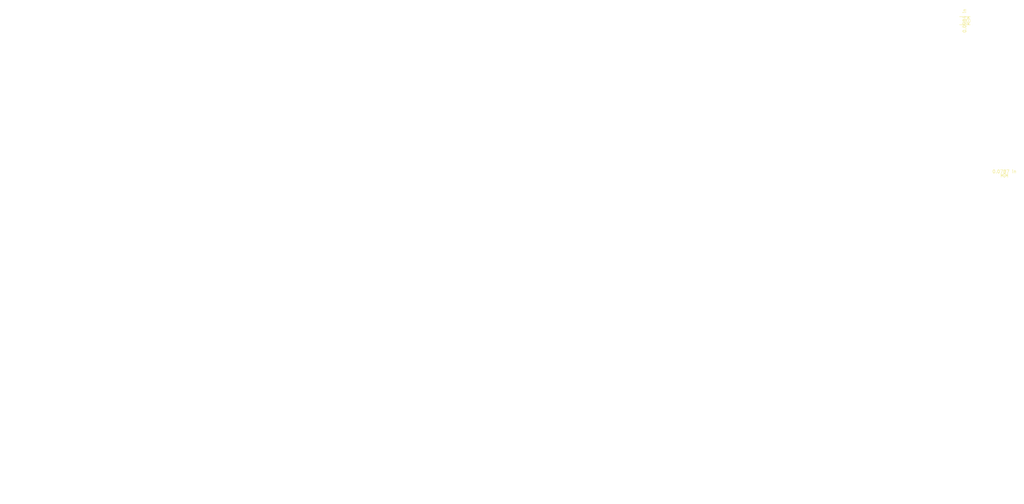
<source format=kicad_pcb>
(kicad_pcb (version 20171130) (host pcbnew "(5.1.4)-1")

  (general
    (thickness 1.6)
    (drawings 291)
    (tracks 0)
    (zones 0)
    (modules 0)
    (nets 1)
  )

  (page A2)
  (layers
    (0 F.Cu signal)
    (31 B.Cu signal)
    (32 B.Adhes user)
    (33 F.Adhes user)
    (34 B.Paste user)
    (35 F.Paste user)
    (36 B.SilkS user)
    (37 F.SilkS user)
    (38 B.Mask user hide)
    (39 F.Mask user)
    (40 Dwgs.User user hide)
    (41 Cmts.User user)
    (42 Eco1.User user hide)
    (43 Eco2.User user)
    (44 Edge.Cuts user hide)
    (45 Margin user hide)
    (46 B.CrtYd user)
    (47 F.CrtYd user)
    (48 B.Fab user)
    (49 F.Fab user)
  )

  (setup
    (last_trace_width 0.25)
    (trace_clearance 0.2)
    (zone_clearance 0.508)
    (zone_45_only no)
    (trace_min 0.2)
    (via_size 0.8)
    (via_drill 0.4)
    (via_min_size 0.4)
    (via_min_drill 0.3)
    (uvia_size 0.3)
    (uvia_drill 0.1)
    (uvias_allowed no)
    (uvia_min_size 0.2)
    (uvia_min_drill 0.1)
    (edge_width 0.1)
    (segment_width 0.2)
    (pcb_text_width 0.3)
    (pcb_text_size 1.5 1.5)
    (mod_edge_width 0.15)
    (mod_text_size 1 1)
    (mod_text_width 0.15)
    (pad_size 1.5 1.5)
    (pad_drill 0.6)
    (pad_to_mask_clearance 0)
    (aux_axis_origin 0 0)
    (visible_elements 7FFFFFFF)
    (pcbplotparams
      (layerselection 0x01000_7ffffffe)
      (usegerberextensions false)
      (usegerberattributes false)
      (usegerberadvancedattributes false)
      (creategerberjobfile false)
      (excludeedgelayer true)
      (linewidth 0.100000)
      (plotframeref false)
      (viasonmask false)
      (mode 1)
      (useauxorigin false)
      (hpglpennumber 1)
      (hpglpenspeed 20)
      (hpglpendiameter 15.000000)
      (psnegative false)
      (psa4output false)
      (plotreference true)
      (plotvalue true)
      (plotinvisibletext false)
      (padsonsilk false)
      (subtractmaskfromsilk false)
      (outputformat 3)
      (mirror false)
      (drillshape 0)
      (scaleselection 1)
      (outputdirectory "C:/Users/Ding/Documents/Keyboard/Plate/"))
  )

  (net 0 "")

  (net_class Default "This is the default net class."
    (clearance 0.2)
    (trace_width 0.25)
    (via_dia 0.8)
    (via_drill 0.4)
    (uvia_dia 0.3)
    (uvia_drill 0.1)
  )

  (dimension 2.5 (width 0.15) (layer F.SilkS)
    (gr_text "2.500 mm" (at 307.2 24.15 90) (layer F.SilkS)
      (effects (font (size 1 1) (thickness 0.15)))
    )
    (feature1 (pts (xy 303.2 22.9) (xy 306.486421 22.9)))
    (feature2 (pts (xy 303.2 25.4) (xy 306.486421 25.4)))
    (crossbar (pts (xy 305.9 25.4) (xy 305.9 22.9)))
    (arrow1a (pts (xy 305.9 22.9) (xy 306.486421 24.026504)))
    (arrow1b (pts (xy 305.9 22.9) (xy 305.313579 24.026504)))
    (arrow2a (pts (xy 305.9 25.4) (xy 306.486421 24.273496)))
    (arrow2b (pts (xy 305.9 25.4) (xy 305.313579 24.273496)))
  )
  (dimension 2 (width 0.15) (layer F.SilkS)
    (gr_text "2.000 mm" (at 317 73) (layer F.SilkS)
      (effects (font (size 1 1) (thickness 0.15)))
    )
    (feature1 (pts (xy 318 71.1) (xy 318 72.286421)))
    (feature2 (pts (xy 316 71.1) (xy 316 72.286421)))
    (crossbar (pts (xy 316 71.7) (xy 318 71.7)))
    (arrow1a (pts (xy 318 71.7) (xy 316.873496 72.286421)))
    (arrow1b (pts (xy 318 71.7) (xy 316.873496 71.113579)))
    (arrow2a (pts (xy 316 71.7) (xy 317.126504 72.286421)))
    (arrow2b (pts (xy 316 71.7) (xy 317.126504 71.113579)))
  )
  (gr_line (start 160.7399 60.91906) (end 155.9774 60.91906) (layer Margin) (width 0.1) (tstamp 5E61C051))
  (gr_line (start 160.7399 79.97414) (end 160.7399 60.91906) (layer Margin) (width 0.1) (tstamp 5E61C050))
  (gr_line (start 165.5024 41.87414) (end 165.5024 17.81906) (layer Eco2.User) (width 0.1) (tstamp 5E61C04F))
  (gr_line (start 151.2149 99.02414) (end 151.2149 79.97414) (layer Margin) (width 0.1) (tstamp 5E61C04E))
  (gr_line (start 155.9774 41.87414) (end 165.5024 41.87414) (layer Margin) (width 0.1) (tstamp 5E61C04D))
  (gr_line (start 155.9774 60.91906) (end 155.9774 41.87414) (layer Margin) (width 0.1) (tstamp 5E61C04C))
  (gr_line (start 146.4524 99.02414) (end 151.2149 99.02414) (layer Margin) (width 0.1) (tstamp 5E61C04B))
  (gr_line (start 151.2149 79.97414) (end 160.7399 79.97414) (layer Margin) (width 0.1) (tstamp 5E61C04A))
  (gr_line (start 146.4524 123.21892) (end 146.4524 99.02414) (layer Margin) (width 0.1) (tstamp 5E61C049))
  (gr_line (start 8.0476 17.81906) (end 323 17.81906) (layer Margin) (width 0.1) (tstamp 5E61BFF3))
  (gr_line (start 323.00146 123.21892) (end 323.00146 17.81906) (layer Margin) (width 0.1) (tstamp 5E61BFF2))
  (gr_line (start 8.04906 17.81906) (end 8.04906 123.21892) (layer Margin) (width 0.1) (tstamp 5E61BFF1))
  (gr_line (start 8.04906 123.21892) (end 323.00146 123.21892) (layer Cmts.User) (width 0.1) (tstamp 5E61BFF0))
  (gr_line (start 165.5024 22.66906) (end 165.5024 17.81906) (layer Cmts.User) (width 0.1))
  (gr_line (start 146.4524 118.36892) (end 146.4524 123.21892) (layer Cmts.User) (width 0.1))
  (gr_line (start 8.04906 17.81906) (end 8.04906 123.21892) (layer Cmts.User) (width 0.1) (tstamp 5E61BE82))
  (gr_line (start 8.04906 17.81906) (end 323 17.81906) (layer Cmts.User) (width 0.1) (tstamp 5E61BE66))
  (gr_line (start 323.00146 123.21892) (end 323.00146 17.81906) (layer Cmts.User) (width 0.1) (tstamp 5E61BE52))
  (gr_line (start 8.0476 123.21892) (end 323 123.21892) (layer Eco2.User) (width 0.1) (tstamp 5E61BE1F))
  (gr_line (start 12.89906 22.66906) (end 318.15146 22.66906) (layer Cmts.User) (width 0.1))
  (gr_line (start 12.89906 118.36892) (end 12.89906 22.66906) (layer Cmts.User) (width 0.1))
  (gr_line (start 318.15146 118.36892) (end 12.89906 118.36892) (layer Cmts.User) (width 0.1))
  (gr_line (start 318.15146 22.66906) (end 318.15146 118.36892) (layer Cmts.User) (width 0.1))
  (gr_line (start 189.69006 116.54176) (end 189.69006 117.4) (layer Eco2.User) (width 0.1) (tstamp 5E61B1FF))
  (gr_line (start 189.69006 116.54176) (end 302.0368 116.54176) (layer Eco2.User) (width 0.1) (tstamp 5E61B1C5))
  (gr_line (start 302.0368 97.49176) (end 302.0368 116.54176) (layer Eco2.User) (width 0.1))
  (gr_line (start 309.17928 97.49176) (end 302.0368 97.49176) (layer Eco2.User) (width 0.1))
  (gr_line (start 309.17928 79.1936) (end 309.17928 97.49176) (layer Eco2.User) (width 0.1))
  (gr_line (start 315.9 79.1936) (end 309.17928 79.1936) (layer Eco2.User) (width 0.1))
  (gr_line (start 315.90012 24.49368) (end 315.9 79.1936) (layer Eco2.User) (width 0.1))
  (gr_line (start 155.14288 97.49176) (end 155.14288 117.4) (layer Eco2.User) (width 0.1))
  (gr_line (start 152.83618 97.49176) (end 155.1 97.49176) (layer Eco2.User) (width 0.1))
  (gr_line (start 167.12368 24.49368) (end 315.90012 24.49368) (layer Eco2.User) (width 0.1))
  (gr_line (start 167.12368 43.54368) (end 167.12368 24.49368) (layer Eco2.User) (width 0.1))
  (gr_line (start 157.6 43.54368) (end 167.12368 43.54368) (layer Eco2.User) (width 0.1))
  (gr_line (start 157.59868 59.39176) (end 157.59868 43.54368) (layer Eco2.User) (width 0.1))
  (gr_line (start 162.36118 59.39176) (end 157.6 59.39176) (layer Eco2.User) (width 0.1))
  (gr_line (start 162.36118 81.64368) (end 162.36118 59.39176) (layer Eco2.User) (width 0.1))
  (gr_line (start 152.83618 81.64368) (end 162.36118 81.64368) (layer Eco2.User) (width 0.1))
  (gr_line (start 155.14288 117.4) (end 189.69006 117.4) (layer Eco2.User) (width 0.1))
  (gr_line (start 152.83618 81.64368) (end 152.83618 97.49176) (layer Eco2.User) (width 0.1))
  (gr_line (start 163.9243 40.34176) (end 163.9243 24.5) (layer Eco2.User) (width 0.1))
  (gr_line (start 154.3993 40.34176) (end 163.9243 40.34176) (layer Eco2.User) (width 0.1))
  (gr_line (start 154.3993 62.59368) (end 154.3993 40.34176) (layer Eco2.User) (width 0.1))
  (gr_line (start 159.1618 62.59368) (end 154.3993 62.59368) (layer Eco2.User) (width 0.1))
  (gr_line (start 159.1618 78.44176) (end 159.1618 62.59368) (layer Eco2.User) (width 0.1))
  (gr_line (start 149.6368 78.44176) (end 159.1618 78.44176) (layer Eco2.User) (width 0.1))
  (gr_line (start 149.6368 97.49176) (end 149.6368 78.44176) (layer Eco2.User) (width 0.1))
  (gr_line (start 137.5 97.49176) (end 149.6 97.49176) (layer Eco2.User) (width 0.1))
  (gr_line (start 137.5 117.4) (end 137.5 97.49176) (layer Eco2.User) (width 0.1))
  (gr_line (start 103.6 117.4) (end 137.5 117.4) (layer Eco2.User) (width 0.1))
  (gr_line (start 103.6 116.54176) (end 103.6 117.4) (layer Eco2.User) (width 0.1))
  (gr_line (start 146.4524 99.02414) (end 151.2149 99.02414) (layer Eco2.User) (width 0.1) (tstamp 5E61A579))
  (gr_line (start 165.5024 41.87414) (end 165.5024 17.81906) (layer Margin) (width 0.1) (tstamp 5E61A578))
  (gr_line (start 155.9774 41.87414) (end 165.5024 41.87414) (layer Eco2.User) (width 0.1) (tstamp 5E61A577))
  (gr_line (start 160.7399 60.91906) (end 155.9774 60.91906) (layer Eco2.User) (width 0.1) (tstamp 5E61A576))
  (gr_line (start 155.9774 60.91906) (end 155.9774 41.87414) (layer Eco2.User) (width 0.1) (tstamp 5E61A575))
  (gr_line (start 151.2149 79.97414) (end 160.7399 79.97414) (layer Eco2.User) (width 0.1) (tstamp 5E61A574))
  (gr_line (start 146.4524 123.21892) (end 146.4524 99.02414) (layer Eco2.User) (width 0.1) (tstamp 5E61A573))
  (gr_line (start 160.7399 79.97414) (end 160.7399 60.91906) (layer Eco2.User) (width 0.1) (tstamp 5E61A572))
  (gr_line (start 151.2149 99.02414) (end 151.2149 79.97414) (layer Eco2.User) (width 0.1) (tstamp 5E61A56F))
  (gr_line (start 14.72368 24.49368) (end 163.9243 24.49368) (layer Eco2.User) (width 0.1))
  (gr_line (start 14.72368 97.49176) (end 14.72368 24.49368) (layer Eco2.User) (width 0.1))
  (gr_line (start 29 97.49176) (end 14.72368 97.49176) (layer Eco2.User) (width 0.1))
  (gr_line (start 29.01118 116.54176) (end 29.01118 97.49176) (layer Eco2.User) (width 0.1))
  (gr_line (start 29.01118 116.54176) (end 103.6 116.54176) (layer Eco2.User) (width 0.1))
  (gr_line (start 323.00146 123.21892) (end 323.00146 17.81906) (layer Eco2.User) (width 0.1) (tstamp 5E61A450))
  (gr_line (start 8.04906 17.81906) (end 8.04906 123.21892) (layer Eco2.User) (width 0.1) (tstamp 5E61A44F))
  (dimension 304.9524 (width 0.15) (layer Eco2.User)
    (gr_text "304.952 mm" (at 168.1762 173.4) (layer Eco2.User)
      (effects (font (size 1 1) (thickness 0.15)))
    )
    (feature1 (pts (xy 320.6524 157.528381) (xy 320.6524 172.686421)))
    (feature2 (pts (xy 15.7 157.528381) (xy 15.7 172.686421)))
    (crossbar (pts (xy 15.7 172.1) (xy 320.6524 172.1)))
    (arrow1a (pts (xy 320.6524 172.1) (xy 319.525896 172.686421)))
    (arrow1b (pts (xy 320.6524 172.1) (xy 319.525896 171.513579)))
    (arrow2a (pts (xy 15.7 172.1) (xy 16.826504 172.686421)))
    (arrow2b (pts (xy 15.7 172.1) (xy 16.826504 171.513579)))
  )
  (gr_line (start 8.04906 123.21892) (end 323.00146 123.21892) (layer Margin) (width 0.1) (tstamp 5E61A3F6))
  (gr_line (start 8.04906 17.81906) (end 323.00146 17.81906) (layer Eco2.User) (width 0.1))
  (gr_line (start 105.08088 106.39268) (end 104.25538 106.39268) (layer Eco1.User) (width 0.1))
  (gr_line (start 89.10428 101.69368) (end 89.10428 115.54176) (layer Eco1.User) (width 0.1))
  (gr_line (start 105.08088 103.1618) (end 105.08088 106.39268) (layer Eco1.User) (width 0.1))
  (gr_line (start 104.25538 106.39268) (end 104.25538 109.0419) (layer Eco1.User) (width 0.1))
  (gr_line (start 110.5368 96.49176) (end 96.68618 96.49176) (layer Eco1.User) (width 0.1))
  (gr_line (start 129.5868 96.49176) (end 115.73618 96.49176) (layer Eco1.User) (width 0.1))
  (gr_line (start 104.25538 109.0419) (end 105.08088 109.0419) (layer Eco1.User) (width 0.1))
  (gr_line (start 105.08088 109.0419) (end 105.08088 115.31316) (layer Eco1.User) (width 0.1))
  (gr_line (start 151.2149 98.02338) (end 151.2149 80.97236) (layer Eco1.User) (width 0.1))
  (gr_curve (pts (xy 152.21566 79.974394) (xy 151.663377 79.974395) (xy 151.215663 80.422109) (xy 151.215662 80.974392)) (layer Eco1.User) (width 0.1))
  (gr_line (start 148.6368 82.64368) (end 148.6368 96.49176) (layer Eco1.User) (width 0.1))
  (gr_line (start 148.6368 96.49176) (end 134.78618 96.49176) (layer Eco1.User) (width 0.1))
  (gr_line (start 153.83618 96.49176) (end 153.83618 82.64368) (layer Eco1.User) (width 0.1))
  (gr_line (start 306.8153 78.1936) (end 309.96744 78.1936) (layer Eco1.User) (width 0.1))
  (gr_line (start 163.36118 77.44176) (end 163.36118 63.59368) (layer Eco1.User) (width 0.1))
  (gr_line (start 158.1618 63.59368) (end 158.1618 77.44176) (layer Eco1.User) (width 0.1))
  (gr_line (start 310.5618 44.54368) (end 310.5618 58.39176) (layer Eco1.User) (width 0.1))
  (gr_line (start 309.96744 78.1936) (end 309.96744 77.21316) (layer Eco1.User) (width 0.1))
  (gr_line (start 15.72368 96.49176) (end 15.72368 82.64368) (layer Eco1.User) (width 0.1))
  (gr_line (start 306.8153 77.21316) (end 306.8153 78.1936) (layer Eco1.User) (width 0.1))
  (gr_line (start 309.96744 77.21316) (end 311.6921 77.21316) (layer Eco1.User) (width 0.1))
  (gr_line (start 312.51506 68.29268) (end 311.6921 68.29268) (layer Eco1.User) (width 0.1))
  (gr_line (start 311.6921 68.29268) (end 311.6921 65.0618) (layer Eco1.User) (width 0.1))
  (gr_line (start 311.6921 70.9419) (end 312.51506 70.9419) (layer Eco1.User) (width 0.1))
  (gr_line (start 29.5743 96.49176) (end 15.72368 96.49176) (layer Eco1.User) (width 0.1))
  (gr_line (start 312.51506 70.9419) (end 312.51506 68.29268) (layer Eco1.User) (width 0.1))
  (gr_line (start 311.6921 77.21316) (end 311.6921 70.9419) (layer Eco1.User) (width 0.1))
  (gr_line (start 309.96744 65.0618) (end 309.96744 64.14232) (layer Eco1.User) (width 0.1))
  (gr_line (start 308.17928 82.64368) (end 308.17928 96.49176) (layer Eco1.User) (width 0.1))
  (gr_line (start 311.6921 65.0618) (end 309.96744 65.0618) (layer Eco1.User) (width 0.1))
  (gr_line (start 15.72368 77.44176) (end 15.72368 63.59368) (layer Eco1.User) (width 0.1))
  (gr_line (start 15.72368 58.39176) (end 15.72368 44.54368) (layer Eco1.User) (width 0.1))
  (gr_line (start 153.3993 44.54368) (end 153.3993 58.39176) (layer Eco1.User) (width 0.1))
  (gr_line (start 288.54762 26.04232) (end 285.39802 26.04232) (layer Eco1.User) (width 0.1))
  (gr_line (start 290.27228 26.9618) (end 288.54762 26.9618) (layer Eco1.User) (width 0.1))
  (gr_line (start 285.39802 26.04232) (end 285.39802 26.9618) (layer Eco1.User) (width 0.1))
  (gr_line (start 158.59868 58.39176) (end 158.59868 44.54368) (layer Eco1.User) (width 0.1))
  (gr_line (start 288.54762 26.9618) (end 288.54762 26.04232) (layer Eco1.User) (width 0.1))
  (gr_line (start 16.42472 118.17066) (end 16.11484 118.1097) (layer Eco1.User) (width 0.1))
  (gr_line (start 317.04134 116.81684) (end 316.82798 117.04798) (layer Eco1.User) (width 0.1))
  (gr_curve (pts (xy 159.740664 79.974394) (xy 160.292947 79.974393) (xy 160.740661 79.526679) (xy 160.740662 78.974396)) (layer Eco1.User) (width 0.1))
  (gr_line (start 314.31338 22.83176) (end 314.6258 22.86732) (layer Eco1.User) (width 0.1))
  (gr_line (start 14.95914 117.62964) (end 14.69752 117.45438) (layer Eco1.User) (width 0.1))
  (gr_line (start 314.31338 118.20622) (end 313.99842 118.21892) (layer Eco1.User) (width 0.1))
  (gr_line (start 316.08884 117.62964) (end 315.81452 117.78204) (layer Eco1.User) (width 0.1))
  (gr_curve (pts (xy 147.454684 99.024394) (xy 146.902401 99.024395) (xy 146.454686 99.472109) (xy 146.454685 100.024392)) (layer Eco1.User) (width 0.1))
  (gr_curve (pts (xy 164.504688 41.874292) (xy 165.056971 41.874291) (xy 165.504685 41.426578) (xy 165.504686 40.874294)) (layer Eco1.User) (width 0.1))
  (gr_line (start 315.81452 23.2534) (end 316.08884 23.40834) (layer Eco1.User) (width 0.1))
  (gr_line (start 317.8897 25.88484) (end 317.95066 26.19218) (layer Eco1.User) (width 0.1))
  (gr_curve (pts (xy 155.979686 59.921602) (xy 155.979687 60.473885) (xy 156.427401 60.921599) (xy 156.979684 60.9216)) (layer Eco1.User) (width 0.1))
  (gr_curve (pts (xy 156.979684 41.874292) (xy 156.427401 41.874294) (xy 155.979687 42.322007) (xy 155.979686 42.87429)) (layer Eco1.User) (width 0.1))
  (gr_line (start 14.00664 116.81684) (end 13.81106 116.57046) (layer Eco1.User) (width 0.1))
  (gr_line (start 316.35046 117.45438) (end 316.08884 117.62964) (layer Eco1.User) (width 0.1))
  (gr_line (start 316.35046 23.58106) (end 316.59684 23.77664) (layer Eco1.User) (width 0.1))
  (gr_line (start 313.99842 22.81906) (end 314.31338 22.83176) (layer Eco1.User) (width 0.1))
  (gr_line (start 14.22 117.04798) (end 14.00664 116.81684) (layer Eco1.User) (width 0.1))
  (gr_line (start 16.11484 118.1097) (end 15.81258 118.02334) (layer Eco1.User) (width 0.1))
  (gr_line (start 316.59684 117.26134) (end 316.35046 117.45438) (layer Eco1.User) (width 0.1))
  (gr_curve (pts (xy 150.215664 99.024394) (xy 150.767947 99.024393) (xy 151.215661 98.576679) (xy 151.215662 98.024396)) (layer Eco1.User) (width 0.1))
  (gr_curve (pts (xy 160.740662 61.921598) (xy 160.740661 61.369315) (xy 160.292947 60.921601) (xy 159.740664 60.9216)) (layer Eco1.User) (width 0.1))
  (gr_line (start 318.00146 26.81956) (end 318.00146 114.21842) (layer Eco1.User) (width 0.1))
  (gr_line (start 15.23346 117.78204) (end 14.95914 117.62964) (layer Eco1.User) (width 0.1))
  (gr_line (start 16.7346 118.20622) (end 16.42472 118.17066) (layer Eco1.User) (width 0.1))
  (gr_line (start 314.93314 22.92828) (end 315.2354 23.01464) (layer Eco1.User) (width 0.1))
  (gr_line (start 314.6258 118.17066) (end 314.31338 118.20622) (layer Eco1.User) (width 0.1))
  (gr_line (start 317.56458 116.03452) (end 317.40964 116.30884) (layer Eco1.User) (width 0.1))
  (gr_line (start 317.8897 115.15314) (end 317.80588 115.4554) (layer Eco1.User) (width 0.1))
  (gr_line (start 316.08884 23.40834) (end 316.35046 23.58106) (layer Eco1.User) (width 0.1))
  (gr_line (start 317.69666 25.28794) (end 317.80588 25.58258) (layer Eco1.User) (width 0.1))
  (gr_line (start 15.51794 117.91666) (end 15.23346 117.78204) (layer Eco1.User) (width 0.1))
  (gr_line (start 162.9243 25.49368) (end 162.9243 39.34176) (layer Eco1.User) (width 0.1))
  (gr_line (start 305.7993 25.49368) (end 291.94868 25.49368) (layer Eco1.User) (width 0.1))
  (gr_line (start 312.34742 26.9618) (end 312.34742 26.04232) (layer Eco1.User) (width 0.1))
  (gr_line (start 283.67336 30.19268) (end 282.84786 30.19268) (layer Eco1.User) (width 0.1))
  (gr_line (start 314.07208 26.9618) (end 312.34742 26.9618) (layer Eco1.User) (width 0.1))
  (gr_line (start 244.32368 25.49368) (end 258.1743 25.49368) (layer Eco1.User) (width 0.1))
  (gr_line (start 168.12368 39.34176) (end 168.12368 25.49368) (layer Eco1.User) (width 0.1))
  (gr_line (start 309.20036 26.9618) (end 307.47316 26.9618) (layer Eco1.User) (width 0.1))
  (gr_line (start 312.34742 26.04232) (end 309.20036 26.04232) (layer Eco1.User) (width 0.1))
  (gr_line (start 314.07208 32.8419) (end 314.90012 32.8419) (layer Eco1.User) (width 0.1))
  (gr_line (start 206.22368 25.49368) (end 220.0743 25.49368) (layer Eco1.User) (width 0.1))
  (gr_line (start 263.37368 25.49368) (end 277.224299 25.49368) (layer Eco1.User) (width 0.1))
  (gr_line (start 149.07368 25.49368) (end 162.9243 25.49368) (layer Eco1.User) (width 0.1))
  (gr_line (start 34.77368 25.49368) (end 48.6243 25.49368) (layer Eco1.User) (width 0.1))
  (gr_line (start 53.82368 25.49368) (end 67.6743 25.49368) (layer Eco1.User) (width 0.1))
  (gr_line (start 314.07208 30.19268) (end 314.07208 26.9618) (layer Eco1.User) (width 0.1))
  (gr_line (start 314.90012 30.19268) (end 314.07208 30.19268) (layer Eco1.User) (width 0.1))
  (gr_line (start 225.27368 25.49368) (end 239.1243 25.49368) (layer Eco1.User) (width 0.1))
  (gr_line (start 130.02368 25.49368) (end 143.874299 25.49368) (layer Eco1.User) (width 0.1))
  (gr_line (start 110.97368 25.49368) (end 124.8243 25.49368) (layer Eco1.User) (width 0.1))
  (gr_line (start 15.72368 39.34176) (end 15.72368 25.49368) (layer Eco1.User) (width 0.1))
  (gr_line (start 91.92368 25.49368) (end 105.7743 25.49368) (layer Eco1.User) (width 0.1))
  (gr_line (start 187.17368 25.49368) (end 201.0243 25.49368) (layer Eco1.User) (width 0.1))
  (gr_line (start 282.84786 30.19268) (end 282.84786 32.8419) (layer Eco1.User) (width 0.1))
  (gr_line (start 309.20036 26.04232) (end 309.20036 26.9618) (layer Eco1.User) (width 0.1))
  (gr_line (start 282.84786 32.8419) (end 283.67336 32.8419) (layer Eco1.User) (width 0.1))
  (gr_line (start 285.39802 26.9618) (end 283.67336 26.9618) (layer Eco1.User) (width 0.1))
  (gr_line (start 314.07208 39.11316) (end 314.07208 32.8419) (layer Eco1.User) (width 0.1))
  (gr_line (start 15.72368 25.49368) (end 29.5743 25.49368) (layer Eco1.User) (width 0.1))
  (gr_line (start 314.90012 32.8419) (end 314.90012 30.19268) (layer Eco1.User) (width 0.1))
  (gr_line (start 168.12368 25.49368) (end 181.9743 25.49368) (layer Eco1.User) (width 0.1))
  (gr_line (start 283.67336 26.9618) (end 283.67336 30.19268) (layer Eco1.User) (width 0.1))
  (gr_line (start 135.4796 106.39268) (end 135.4796 103.1618) (layer Eco1.User) (width 0.1))
  (gr_line (start 135.4796 115.31316) (end 135.4796 109.0419) (layer Eco1.User) (width 0.1))
  (gr_line (start 130.60534 115.31316) (end 130.60534 116.2936) (layer Eco1.User) (width 0.1))
  (gr_line (start 109.95514 116.2936) (end 109.95514 115.31316) (layer Eco1.User) (width 0.1))
  (gr_line (start 133.75494 115.31316) (end 135.4796 115.31316) (layer Eco1.User) (width 0.1))
  (gr_line (start 105.08088 115.31316) (end 106.803 115.31316) (layer Eco1.User) (width 0.1))
  (gr_line (start 130.60534 116.2936) (end 133.75494 116.2936) (layer Eco1.User) (width 0.1))
  (gr_line (start 133.75494 116.2936) (end 133.75494 115.31316) (layer Eco1.User) (width 0.1))
  (gr_line (start 128.88068 115.31316) (end 130.60534 115.31316) (layer Eco1.User) (width 0.1))
  (gr_line (start 157.46584 115.31316) (end 159.1905 115.31316) (layer Eco1.User) (width 0.1))
  (gr_line (start 182.9903 116.2936) (end 186.14244 116.2936) (layer Eco1.User) (width 0.1))
  (gr_line (start 157.46584 103.1618) (end 157.46584 106.39268) (layer Eco1.User) (width 0.1))
  (gr_line (start 157.46584 106.39268) (end 156.64288 106.39268) (layer Eco1.User) (width 0.1))
  (gr_line (start 281.9868 115.54176) (end 268.13618 115.54176) (layer Eco1.User) (width 0.1))
  (gr_line (start 162.34264 116.2936) (end 162.34264 115.31316) (layer Eco1.User) (width 0.1))
  (gr_line (start 181.26564 115.31316) (end 182.9903 115.31316) (layer Eco1.User) (width 0.1))
  (gr_line (start 186.14244 116.2936) (end 186.14244 115.31316) (layer Eco1.User) (width 0.1))
  (gr_line (start 72.87368 25.49368) (end 86.7243 25.49368) (layer Eco1.User) (width 0.1))
  (gr_line (start 159.1905 115.31316) (end 159.1905 116.2936) (layer Eco1.User) (width 0.1))
  (gr_line (start 188.69006 106.39268) (end 187.8671 106.39268) (layer Eco1.User) (width 0.1))
  (gr_line (start 187.8671 115.31316) (end 187.8671 109.0419) (layer Eco1.User) (width 0.1))
  (gr_line (start 106.803 116.2936) (end 109.95514 116.2936) (layer Eco1.User) (width 0.1))
  (gr_line (start 162.34264 115.31316) (end 164.0673 115.31316) (layer Eco1.User) (width 0.1))
  (gr_line (start 165.74116 115.54176) (end 179.59178 115.54176) (layer Eco1.User) (width 0.1))
  (gr_line (start 159.1905 116.2936) (end 162.34264 116.2936) (layer Eco1.User) (width 0.1))
  (gr_line (start 106.803 115.31316) (end 106.803 116.2936) (layer Eco1.User) (width 0.1))
  (gr_line (start 186.14244 115.31316) (end 187.8671 115.31316) (layer Eco1.User) (width 0.1))
  (gr_line (start 187.8671 109.0419) (end 188.69006 109.0419) (layer Eco1.User) (width 0.1))
  (gr_line (start 135.4796 109.0419) (end 136.3051 109.0419) (layer Eco1.User) (width 0.1))
  (gr_line (start 113.3562 115.54176) (end 127.20428 115.54176) (layer Eco1.User) (width 0.1))
  (gr_line (start 136.3051 106.39268) (end 135.4796 106.39268) (layer Eco1.User) (width 0.1))
  (gr_line (start 156.64288 106.39268) (end 156.64288 109.0419) (layer Eco1.User) (width 0.1))
  (gr_line (start 156.64288 109.0419) (end 157.46584 109.0419) (layer Eco1.User) (width 0.1))
  (gr_line (start 109.95514 115.31316) (end 111.6798 115.31316) (layer Eco1.User) (width 0.1))
  (gr_line (start 182.9903 115.31316) (end 182.9903 116.2936) (layer Eco1.User) (width 0.1))
  (gr_line (start 187.8671 106.39268) (end 187.8671 103.1618) (layer Eco1.User) (width 0.1))
  (gr_line (start 188.69006 109.0419) (end 188.69006 106.39268) (layer Eco1.User) (width 0.1))
  (gr_line (start 157.46584 109.0419) (end 157.46584 115.31316) (layer Eco1.User) (width 0.1))
  (gr_line (start 146.4524 118.21892) (end 146.4524 100.02236) (layer Eco1.User) (width 0.1))
  (gr_line (start 152.21312 79.97414) (end 159.73914 79.97414) (layer Eco1.User) (width 0.1))
  (gr_line (start 159.73914 60.91906) (end 156.97816 60.91906) (layer Eco1.User) (width 0.1))
  (gr_line (start 160.7399 78.97338) (end 160.7399 61.91982) (layer Eco1.User) (width 0.1))
  (gr_line (start 155.9774 59.92084) (end 155.9774 42.87236) (layer Eco1.User) (width 0.1))
  (gr_line (start 165.5024 40.87338) (end 165.5024 22.81906) (layer Eco1.User) (width 0.1))
  (gr_line (start 241.50428 115.54176) (end 227.6562 115.54176) (layer Eco1.User) (width 0.1))
  (gr_line (start 203.84116 115.54176) (end 203.84116 101.69368) (layer Eco1.User) (width 0.1))
  (gr_line (start 65.29178 115.54176) (end 51.44116 115.54176) (layer Eco1.User) (width 0.1))
  (gr_line (start 136.3051 109.0419) (end 136.3051 106.39268) (layer Eco1.User) (width 0.1))
  (gr_line (start 262.9368 115.54176) (end 249.08618 115.54176) (layer Eco1.User) (width 0.1))
  (gr_line (start 217.69178 115.54176) (end 203.84116 115.54176) (layer Eco1.User) (width 0.1))
  (gr_line (start 89.10428 115.54176) (end 75.2562 115.54176) (layer Eco1.User) (width 0.1))
  (gr_line (start 30.01118 115.54176) (end 30.01118 101.69368) (layer Eco1.User) (width 0.1))
  (gr_line (start 147.45316 99.02414) (end 150.21414 99.02414) (layer Eco1.User) (width 0.1))
  (gr_line (start 156.97816 41.87414) (end 164.50418 41.87414) (layer Eco1.User) (width 0.1))
  (gr_line (start 301.0368 101.69368) (end 301.0368 115.54176) (layer Eco1.User) (width 0.1))
  (gr_line (start 43.8618 115.54176) (end 30.01118 115.54176) (layer Eco1.User) (width 0.1))
  (gr_line (start 301.0368 115.54176) (end 287.18618 115.54176) (layer Eco1.User) (width 0.1))
  (gr_line (start 13.06176 114.53338) (end 13.04906 114.21842) (layer Eco1.User) (width 0.1))
  (gr_line (start 13.15828 25.88484) (end 13.24464 25.58258) (layer Eco1.User) (width 0.1))
  (gr_line (start 16.11484 22.92828) (end 16.42472 22.86732) (layer Eco1.User) (width 0.1))
  (gr_line (start 14.00664 24.22114) (end 14.22 23.99) (layer Eco1.User) (width 0.1))
  (gr_line (start 14.22 23.99) (end 14.45114 23.77664) (layer Eco1.User) (width 0.1))
  (gr_line (start 13.06176 26.5046) (end 13.09732 26.19218) (layer Eco1.User) (width 0.1))
  (gr_line (start 13.09732 114.8458) (end 13.06176 114.53338) (layer Eco1.User) (width 0.1))
  (gr_line (start 13.4834 25.00346) (end 13.63834 24.72914) (layer Eco1.User) (width 0.1))
  (gr_line (start 13.81106 24.46752) (end 14.00664 24.22114) (layer Eco1.User) (width 0.1))
  (gr_line (start 13.15828 115.15314) (end 13.09732 114.8458) (layer Eco1.User) (width 0.1))
  (gr_line (start 16.42472 22.86732) (end 16.7346 22.83176) (layer Eco1.User) (width 0.1))
  (gr_line (start 13.04906 26.81956) (end 13.06176 26.5046) (layer Eco1.User) (width 0.1))
  (gr_line (start 15.81258 23.01464) (end 16.11484 22.92828) (layer Eco1.User) (width 0.1))
  (gr_line (start 316.82798 117.04798) (end 316.59684 117.26134) (layer Eco1.User) (width 0.1))
  (gr_line (start 317.98622 26.5046) (end 318.00146 26.81956) (layer Eco1.User) (width 0.1))
  (gr_line (start 317.23438 116.57046) (end 317.04134 116.81684) (layer Eco1.User) (width 0.1))
  (gr_line (start 315.53004 117.91666) (end 315.2354 118.02334) (layer Eco1.User) (width 0.1))
  (gr_line (start 17.04956 118.21892) (end 16.7346 118.20622) (layer Eco1.User) (width 0.1))
  (gr_line (start 15.23346 23.2534) (end 15.51794 23.12386) (layer Eco1.User) (width 0.1))
  (gr_line (start 17.04956 22.81906) (end 313.99842 22.81906) (layer Eco1.User) (width 0.1))
  (gr_line (start 13.24464 115.4554) (end 13.15828 115.15314) (layer Eco1.User) (width 0.1))
  (gr_line (start 13.4834 116.03452) (end 13.35386 115.75004) (layer Eco1.User) (width 0.1))
  (gr_line (start 13.24464 25.58258) (end 13.35386 25.28794) (layer Eco1.User) (width 0.1))
  (gr_line (start 317.40964 116.30884) (end 317.23438 116.57046) (layer Eco1.User) (width 0.1))
  (gr_line (start 315.2354 23.01464) (end 315.53004 23.12386) (layer Eco1.User) (width 0.1))
  (gr_line (start 13.63834 116.30884) (end 13.4834 116.03452) (layer Eco1.User) (width 0.1))
  (gr_line (start 314.6258 22.86732) (end 314.93314 22.92828) (layer Eco1.User) (width 0.1))
  (gr_line (start 317.98622 114.53338) (end 317.95066 114.8458) (layer Eco1.User) (width 0.1))
  (gr_line (start 315.81452 117.78204) (end 315.53004 117.91666) (layer Eco1.User) (width 0.1))
  (gr_line (start 14.45114 117.26134) (end 14.22 117.04798) (layer Eco1.User) (width 0.1))
  (gr_line (start 317.40964 24.72914) (end 317.56458 25.00346) (layer Eco1.User) (width 0.1))
  (gr_line (start 13.81106 116.57046) (end 13.63834 116.30884) (layer Eco1.User) (width 0.1))
  (gr_line (start 317.23438 24.46752) (end 317.40964 24.72914) (layer Eco1.User) (width 0.1))
  (gr_line (start 313.99842 118.21892) (end 17.04956 118.21892) (layer Eco1.User) (width 0.1))
  (gr_line (start 317.80588 115.4554) (end 317.69666 115.75004) (layer Eco1.User) (width 0.1))
  (gr_line (start 13.09732 26.19218) (end 13.15828 25.88484) (layer Eco1.User) (width 0.1))
  (gr_line (start 14.69752 23.58106) (end 14.95914 23.40834) (layer Eco1.User) (width 0.1))
  (gr_line (start 13.63834 24.72914) (end 13.81106 24.46752) (layer Eco1.User) (width 0.1))
  (gr_line (start 316.59684 23.77664) (end 316.82798 23.99) (layer Eco1.User) (width 0.1))
  (gr_line (start 13.04906 114.21842) (end 13.04906 26.81956) (layer Eco1.User) (width 0.1))
  (gr_line (start 14.69752 117.45438) (end 14.45114 117.26134) (layer Eco1.User) (width 0.1))
  (gr_line (start 15.51794 23.12386) (end 15.81258 23.01464) (layer Eco1.User) (width 0.1))
  (gr_line (start 317.95066 26.19218) (end 317.98622 26.5046) (layer Eco1.User) (width 0.1))
  (gr_line (start 317.04134 24.22114) (end 317.23438 24.46752) (layer Eco1.User) (width 0.1))
  (gr_line (start 15.81258 118.02334) (end 15.51794 117.91666) (layer Eco1.User) (width 0.1))
  (gr_line (start 318.00146 114.21842) (end 317.98622 114.53338) (layer Eco1.User) (width 0.1))
  (gr_line (start 16.7346 22.83176) (end 17.04956 22.81906) (layer Eco1.User) (width 0.1))
  (gr_line (start 316.82798 23.99) (end 317.04134 24.22114) (layer Eco1.User) (width 0.1))
  (gr_line (start 317.56458 25.00346) (end 317.69666 25.28794) (layer Eco1.User) (width 0.1))
  (gr_line (start 315.53004 23.12386) (end 315.81452 23.2534) (layer Eco1.User) (width 0.1))
  (gr_line (start 317.69666 115.75004) (end 317.56458 116.03452) (layer Eco1.User) (width 0.1))
  (gr_line (start 315.2354 118.02334) (end 314.93314 118.1097) (layer Eco1.User) (width 0.1))
  (gr_line (start 314.93314 118.1097) (end 314.6258 118.17066) (layer Eco1.User) (width 0.1))
  (gr_line (start 317.95066 114.8458) (end 317.8897 115.15314) (layer Eco1.User) (width 0.1))
  (gr_line (start 14.45114 23.77664) (end 14.69752 23.58106) (layer Eco1.User) (width 0.1))
  (gr_line (start 317.80588 25.58258) (end 317.8897 25.88484) (layer Eco1.User) (width 0.1))
  (gr_line (start 14.95914 23.40834) (end 15.23346 23.2534) (layer Eco1.User) (width 0.1))
  (gr_line (start 13.35386 25.28794) (end 13.4834 25.00346) (layer Eco1.User) (width 0.1))
  (gr_line (start 13.35386 115.75004) (end 13.24464 115.4554) (layer Eco1.User) (width 0.1))

)

</source>
